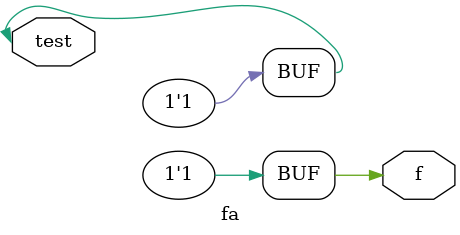
<source format=sv>
`default_nettype none
module fa (
  //put your ports here
  inout logic test,
  output logic f
);
  assign test = 1'b1;
  assign f = test;
//your code starts here ...
endmodule
</source>
